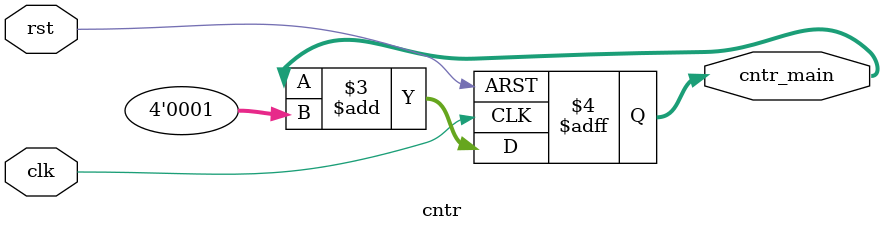
<source format=v>
module cntr
(
	input clk,rst,
	
	output reg [3:0] cntr_main
);

always@(posedge clk or posedge rst)
begin
	if(rst==1'b1)
		cntr_main<=4'd0;
	else
		cntr_main<=cntr_main+4'd1;
end

endmodule

</source>
